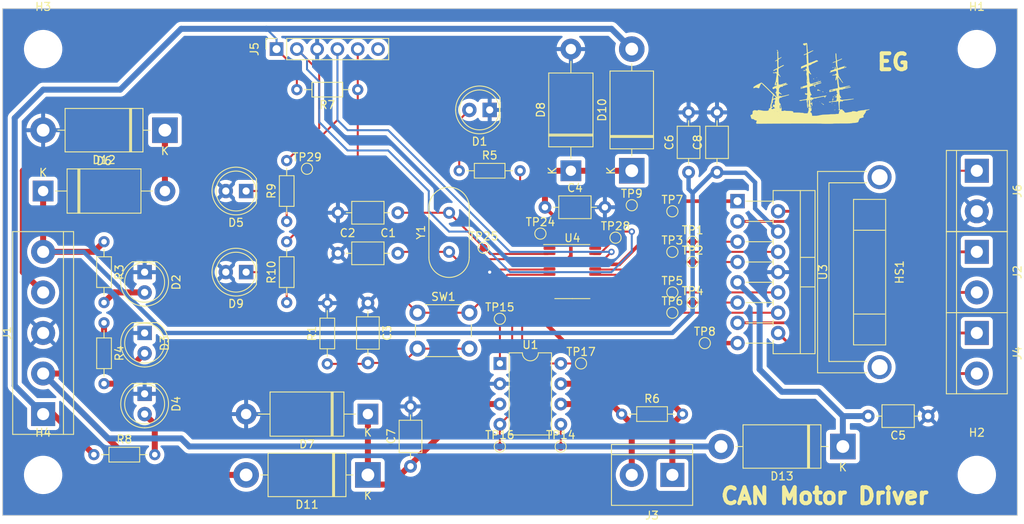
<source format=kicad_pcb>
(kicad_pcb (version 20221018) (generator pcbnew)
  (title_block (title "CAN Motor Driver") (date "2024-02-01") (rev "0") (company "GDHI"))
  (layers (0 "F.Cu" signal) (31 "B.Cu" mixed) (36 "B.SilkS" user "B.Silkscreen") (37 "F.SilkS" user "F.Silkscreen") (38 "B.Mask" user) (39 "F.Mask" user) (44 "Edge.Cuts" user))
  (net 0 "")
  (net 1 "GND")
  (net 2 "+5V")
  (net 3 "Net-(J2-Pin_1)")
  (net 4 "Net-(J2-Pin_2)")
  (net 5 "Net-(J4-Pin_1)")
  (net 6 "Net-(J4-Pin_2)")
  (net 7 "+3.3V")
  (net 8 "/PGM_SWDIO")
  (net 9 "/PGM_SWCLK")
  (net 10 "Net-(D1-A)")
  (net 11 "VS")
  (net 12 "/NRST")
  (net 13 "/CAN_TX")
  (net 14 "/CAN_RX")
  (net 15 "/CAN_RS")
  (net 16 "Net-(D2-A)")
  (net 17 "Net-(D3-A)")
  (net 18 "Net-(D9-K)")
  (net 19 "/PWM")
  (net 20 "Net-(D10-K)")
  (net 21 "Net-(D11-K)")
  (net 22 "GND2")
  (net 23 "Net-(U4-PC15)")
  (net 24 "Net-(U4-PC14)")
  (net 25 "Net-(U4-PB7)")
  (net 26 "Net-(U3-SENSE_B)")
  (net 27 "Net-(U3-SENSE_A)")
  (net 28 "Net-(U3-IN4)")
  (net 29 "Net-(U3-IN3)")
  (net 30 "Net-(U3-IN2)")
  (net 31 "Net-(U3-IN1)")
  (net 32 "Net-(U3-EnB)")
  (net 33 "Net-(U3-EnA)")
  (net 34 "Net-(C3-Pad2)")
  (net 35 "Net-(D13-K)")
  (net 36 "Net-(D4-A)")
  (net 37 "Net-(D5-K)")
  (net 38 "Net-(J3-Pin_1)")
  (net 39 "Net-(J3-Pin_2)")
  (net 40 "/PGM_SWO")
  (net 41 "Net-(U1-Vref)")
  (footprint "TestPoint:TestPoint_Pad_D1.0mm" (layer "F.Cu") (at 130.048 82.042)
    (fp_text reference "TP28" (at 0 -1.448) (layer "F.SilkS"))
    (fp_text value "TestPoint")
    (pad "1" smd circle (at 0 0) (size 1 1) (layers "F.Cu" "F.Mask") (net 9 "/PGM_SWCLK"))
  )
  (footprint "Resistor_THT:R_Axial_DIN0204_L3.6mm_D1.6mm_P7.62mm_Horizontal" (layer "F.Cu") (at 110.49 73.66)
    (fp_text reference "R5" (at 3.81 -1.92) (layer "F.SilkS"))
    (fp_text value "200")
    (pad "1" thru_hole circle (at 0 0) (size 1.4 1.4) (drill 0.7) (layers "*.Cu" "*.Mask") (net 10 "Net-(D1-A)"))
    (pad "2" thru_hole oval (at 7.62 0) (size 1.4 1.4) (drill 0.7) (layers "*.Cu" "*.Mask") (net 25 "Net-(U4-PB7)"))
  )
  (footprint "TestPoint:TestPoint_Pad_D1.0mm" (layer "F.Cu") (at 137.16 91.44)
    (fp_text reference "TP6" (at 0 -1.448) (layer "F.SilkS"))
    (fp_text value "TestPoint")
    (pad "1" smd circle (at 0 0) (size 1 1) (layers "F.Cu" "F.Mask") (net 28 "Net-(U3-IN4)"))
  )
  (footprint "TestPoint:TestPoint_Pad_D1.0mm" (layer "F.Cu") (at 91.44 73.406)
    (fp_text reference "TP29" (at 0 -1.448) (layer "F.SilkS"))
    (fp_text value "TestPoint")
    (pad "1" smd circle (at 0 0) (size 1 1) (layers "F.Cu" "F.Mask") (net 8 "/PGM_SWDIO"))
  )
  (footprint "LED_THT:LED_D5.0mm" (layer "F.Cu") (at 114.3 66.04 180)
    (fp_text reference "D1" (at 1.27 -3.96) (layer "F.SilkS"))
    (fp_text value "Heartbeat LED")
    (pad "1" thru_hole rect (at 0 0 180) (size 1.8 1.8) (drill 0.9) (layers "*.Cu" "*.Mask") (net 1 "GND"))
    (pad "2" thru_hole circle (at 2.54 0 180) (size 1.8 1.8) (drill 0.9) (layers "*.Cu" "*.Mask") (net 10 "Net-(D1-A)"))
  )
  (footprint "Connector_PinSocket_2.54mm:PinSocket_1x06_P2.54mm_Vertical" (layer "F.Cu") (at 87.63 58.42 90)
    (fp_text reference "J5" (at 0 -2.77 90) (layer "F.SilkS"))
    (fp_text value "SWD")
    (pad "1" thru_hole rect (at 0 0 90) (size 1.7 1.7) (drill 1) (layers "*.Cu" "*.Mask") (net 7 "+3.3V"))
    (pad "2" thru_hole oval (at 0 2.54 90) (size 1.7 1.7) (drill 1) (layers "*.Cu" "*.Mask") (net 9 "/PGM_SWCLK"))
    (pad "3" thru_hole oval (at 0 5.08 90) (size 1.7 1.7) (drill 1) (layers "*.Cu" "*.Mask") (net 1 "GND"))
    (pad "4" thru_hole oval (at 0 7.62 90) (size 1.7 1.7) (drill 1) (layers "*.Cu" "*.Mask") (net 8 "/PGM_SWDIO"))
    (pad "5" thru_hole oval (at 0 10.16 90) (size 1.7 1.7) (drill 1) (layers "*.Cu" "*.Mask") (net 12 "/NRST"))
    (pad "6" thru_hole oval (at 0 12.7 90) (size 1.7 1.7) (drill 1) (layers "*.Cu" "*.Mask") (net 40 "/PGM_SWO"))
  )
  (footprint "MountingHole:MountingHole_4.3mm_M4" (layer "F.Cu") (at 175.26 111.76)
    (fp_text reference "H2" (at 0 -5.3) (layer "F.SilkS"))
    (fp_text value "MountingHole")
    (pad "" np_thru_hole circle (at 0 0) (size 4.3 4.3) (drill 4.3) (layers "*.Cu" "*.Mask"))
  )
  (footprint "Resistor_THT:R_Axial_DIN0204_L3.6mm_D1.6mm_P7.62mm_Horizontal" (layer "F.Cu") (at 130.81 104.14)
    (fp_text reference "R6" (at 3.81 -1.92) (layer "F.SilkS"))
    (fp_text value "120")
    (pad "1" thru_hole circle (at 0 0) (size 1.4 1.4) (drill 0.7) (layers "*.Cu" "*.Mask") (net 39 "Net-(J3-Pin_2)"))
    (pad "2" thru_hole oval (at 7.62 0) (size 1.4 1.4) (drill 0.7) (layers "*.Cu" "*.Mask") (net 38 "Net-(J3-Pin_1)"))
  )
  (footprint "Capacitor_THT:C_Axial_L3.8mm_D2.6mm_P7.50mm_Horizontal" (layer "F.Cu") (at 102.81 78.92 180)
    (fp_text reference "C1" (at 1.21 -2.54) (layer "F.SilkS"))
    (fp_text value "10pF")
    (pad "1" thru_hole circle (at 0 0 180) (size 1.6 1.6) (drill 0.8) (layers "*.Cu" "*.Mask") (net 24 "Net-(U4-PC14)"))
    (pad "2" thru_hole oval (at 7.5 0 180) (size 1.6 1.6) (drill 0.8) (layers "*.Cu" "*.Mask") (net 1 "GND"))
  )
  (footprint "Diode_THT:D_DO-201AE_P15.24mm_Horizontal" (layer "F.Cu") (at 99.06 104.14 180)
    (fp_text reference "D7" (at 7.62 -3.77) (layer "F.SilkS"))
    (fp_text value "1N62xxA")
    (fp_text user "K" (at 0 -2.3) (layer "F.SilkS"))
    (pad "1" thru_hole rect (at 0 0 180) (size 2.6 2.6) (drill 1.3) (layers "*.Cu" "*.Mask") (net 21 "Net-(D11-K)"))
    (pad "2" thru_hole oval (at 15.24 0 180) (size 2.6 2.6) (drill 1.3) (layers "*.Cu" "*.Mask") (net 1 "GND"))
  )
  (footprint "Heatsink:Heatsink_Fischer_FK224xx2201_25x8.3mm" (layer "F.Cu") (at 163.095 74.46 -90)
    (fp_text reference "HS1" (at 11.9 -2.5 90) (layer "F.SilkS"))
    (fp_text value "Heatsink")
    (pad "1" thru_hole circle (at 0 0 270) (size 3 3) (drill 2) (layers "*.Cu" "*.Mask"))
    (pad "1" thru_hole circle (at 23.8 0 270) (size 3 3) (drill 2) (layers "*.Cu" "*.Mask"))
  )
  (footprint "Package_DIP:DIP-8_W7.62mm" (layer "F.Cu") (at 115.58 97.8)
    (fp_text reference "U1" (at 3.81 -2.33) (layer "F.SilkS"))
    (fp_text value "MCP2551-I-P")
    (pad "1" thru_hole rect (at 0 0) (size 1.6 1.6) (drill 0.8) (layers "*.Cu" "*.Mask") (net 13 "/CAN_TX"))
    (pad "2" thru_hole oval (at 0 2.54) (size 1.6 1.6) (drill 0.8) (layers "*.Cu" "*.Mask") (net 1 "GND"))
    (pad "3" thru_hole oval (at 0 5.08) (size 1.6 1.6) (drill 0.8) (layers "*.Cu" "*.Mask") (net 21 "Net-(D11-K)"))
    (pad "4" thru_hole oval (at 0 7.62) (size 1.6 1.6) (drill 0.8) (layers "*.Cu" "*.Mask") (net 14 "/CAN_RX"))
    (pad "5" thru_hole oval (at 7.62 7.62) (size 1.6 1.6) (drill 0.8) (layers "*.Cu" "*.Mask") (net 41 "Net-(U1-Vref)"))
    (pad "6" thru_hole oval (at 7.62 5.08) (size 1.6 1.6) (drill 0.8) (layers "*.Cu" "*.Mask") (net 39 "Net-(J3-Pin_2)"))
    (pad "7" thru_hole oval (at 7.62 2.54) (size 1.6 1.6) (drill 0.8) (layers "*.Cu" "*.Mask") (net 38 "Net-(J3-Pin_1)"))
    (pad "8" thru_hole oval (at 7.62 0) (size 1.6 1.6) (drill 0.8) (layers "*.Cu" "*.Mask") (net 15 "/CAN_RS"))
  )
  (footprint "MountingHole:MountingHole_4.3mm_M4" (layer "F.Cu") (at 175.26 58.42)
    (fp_text reference "H1" (at 0 -5.3) (layer "F.SilkS"))
    (fp_text value "MountingHole")
    (pad "" np_thru_hole circle (at 0 0) (size 4.3 4.3) (drill 4.3) (layers "*.Cu" "*.Mask"))
  )
  (footprint "Diode_THT:D_DO-201AE_P15.24mm_Horizontal" (layer "F.Cu") (at 124.46 73.66 90)
    (fp_text reference "D8" (at 7.62 -3.77 90) (layer "F.SilkS"))
    (fp_text value "1N62xxA")
    (fp_text user "K" (at 0 -2.3 90) (layer "F.SilkS"))
    (pad "1" thru_hole rect (at 0 0 90) (size 2.6 2.6) (drill 1.3) (layers "*.Cu" "*.Mask") (net 20 "Net-(D10-K)"))
    (pad "2" thru_hole oval (at 15.24 0 90) (size 2.6 2.6) (drill 1.3) (layers "*.Cu" "*.Mask") (net 1 "GND"))
  )
  (footprint "Resistor_THT:R_Axial_DIN0204_L3.6mm_D1.6mm_P7.62mm_Horizontal" (layer "F.Cu") (at 88.9 90.17 90)
    (fp_text reference "R10" (at 3.81 -1.92 90) (layer "F.SilkS"))
    (fp_text value "200")
    (pad "1" thru_hole circle (at 0 0 90) (size 1.4 1.4) (drill 0.7) (layers "*.Cu" "*.Mask") (net 18 "Net-(D9-K)"))
    (pad "2" thru_hole oval (at 7.62 0 90) (size 1.4 1.4) (drill 0.7) (layers "*.Cu" "*.Mask") (net 8 "/PGM_SWDIO"))
  )
  (footprint "Diode_THT:D_DO-201AD_P15.24mm_Horizontal" (layer "F.Cu") (at 99.06 111.76 180)
    (fp_text reference "D11" (at 7.62 -3.72) (layer "F.SilkS"))
    (fp_text value "1N5821")
    (fp_text user "K" (at 0 -2.6) (layer "F.SilkS"))
    (pad "1" thru_hole rect (at 0 0 180) (size 3.2 3.2) (drill 1.6) (layers "*.Cu" "*.Mask") (net 21 "Net-(D11-K)"))
    (pad "2" thru_hole oval (at 15.24 0 180) (size 3.2 3.2) (drill 1.6) (layers "*.Cu" "*.Mask") (net 2 "+5V"))
  )
  (footprint "Resistor_THT:R_Axial_DIN0204_L3.6mm_D1.6mm_P7.62mm_Horizontal" (layer "F.Cu") (at 88.9 80.01 90)
    (fp_text reference "R9" (at 3.81 -1.92 90) (layer "F.SilkS"))
    (fp_text value "200")
    (pad "1" thru_hole circle (at 0 0 90) (size 1.4 1.4) (drill 0.7) (layers "*.Cu" "*.Mask") (net 37 "Net-(D5-K)"))
    (pad "2" thru_hole oval (at 7.62 0 90) (size 1.4 1.4) (drill 0.7) (layers "*.Cu" "*.Mask") (net 9 "/PGM_SWCLK"))
  )
  (footprint "Resistor_THT:R_Axial_DIN0204_L3.6mm_D1.6mm_P7.62mm_Horizontal" (layer "F.Cu") (at 66.04 82.55 -90)
    (fp_text reference "R3" (at 3.81 -1.92 90) (layer "F.SilkS"))
    (fp_text value "3.6k")
    (pad "1" thru_hole circle (at 0 0 270) (size 1.4 1.4) (drill 0.7) (layers "*.Cu" "*.Mask") (net 11 "VS"))
    (pad "2" thru_hole oval (at 7.62 0 270) (size 1.4 1.4) (drill 0.7) (layers "*.Cu" "*.Mask") (net 16 "Net-(D2-A)"))
  )
  (footprint "Diode_THT:D_DO-201AD_P15.24mm_Horizontal" (layer "F.Cu") (at 73.66 68.58 180)
    (fp_text reference "D12" (at 7.62 -3.72) (layer "F.SilkS"))
    (fp_text value "1N5821")
    (fp_text user "K" (at 0 -2.6) (layer "F.SilkS"))
    (pad "1" thru_hole rect (at 0 0 180) (size 3.2 3.2) (drill 1.6) (layers "*.Cu" "*.Mask") (net 22 "GND2"))
    (pad "2" thru_hole oval (at 15.24 0 180) (size 3.2 3.2) (drill 1.6) (layers "*.Cu" "*.Mask") (net 1 "GND"))
  )
  (footprint "Capacitor_THT:C_Axial_L3.8mm_D2.6mm_P7.50mm_Horizontal" (layer "F.Cu") (at 142.748 73.854 90)
    (fp_text reference "C8" (at 3.75 -2.42 90) (layer "F.SilkS"))
    (fp_text value "470uF")
    (pad "1" thru_hole circle (at 0 0 90) (size 1.6 1.6) (drill 0.8) (layers "*.Cu" "*.Mask") (net 11 "VS"))
    (pad "2" thru_hole oval (at 7.5 0 90) (size 1.6 1.6) (drill 0.8) (layers "*.Cu" "*.Mask") (net 1 "GND"))
  )
  (footprint "Capacitor_THT:C_Axial_L3.8mm_D2.6mm_P7.50mm_Horizontal" (layer "F.Cu") (at 99.06 90.23 -90)
    (fp_text reference "C3" (at 3.75 -2.42 90) (layer "F.SilkS"))
    (fp_text value "0.1 pF")
    (pad "1" thru_hole circle (at 0 0 270) (size 1.6 1.6) (drill 0.8) (layers "*.Cu" "*.Mask") (net 1 "GND"))
    (pad "2" thru_hole oval (at 7.5 0 270) (size 1.6 1.6) (drill 0.8) (layers "*.Cu" "*.Mask") (net 34 "Net-(C3-Pad2)"))
  )
  (footprint "TerminalBlock:TerminalBlock_bornier-2_P5.08mm" (layer "F.Cu") (at 175.26 83.82 -90)
    (fp_text reference "J2" (at 2.54 -5.08 90) (layer "F.SilkS"))
    (fp_text value "MOTOR1")
    (pad "1" thru_hole rect (at 0 0 270) (size 3 3) (drill 1.52) (layers "*.Cu" "*.Mask") (net 3 "Net-(J2-Pin_1)"))
    (pad "2" thru_hole circle (at 5.08 0 270) (size 3 3) (drill 1.52) (layers "*.Cu" "*.Mask") (net 4 "Net-(J2-Pin_2)"))
  )
  (footprint "LED_THT:LED_D5.0mm" (layer "F.Cu") (at 71.12 86.36 -90)
    (fp_text reference "D2" (at 1.27 -3.96 90) (layer "F.SilkS"))
    (fp_text value "+Vs LED")
    (pad "1" thru_hole rect (at 0 0 270) (size 1.8 1.8) (drill 0.9) (layers "*.Cu" "*.Mask") (net 1 "GND"))
    (pad "2" thru_hole circle (at 2.54 0 270) (size 1.8 1.8) (drill 0.9) (layers "*.Cu" "*.Mask") (net 16 "Net-(D2-A)"))
  )
  (footprint "TestPoint:TestPoint_Pad_D1.0mm" (layer "F.Cu") (at 137.16 83.82)
    (fp_text reference "TP3" (at 0 -1.448) (layer "F.SilkS"))
    (fp_text value "TestPoint")
    (pad "1" smd circle (at 0 0) (size 1 1) (layers "F.Cu" "F.Mask") (net 33 "Net-(U3-EnA)"))
  )
  (footprint "TestPoint:TestPoint_Pad_D1.0mm" (layer "F.Cu") (at 132.08 77.978)
    (fp_text reference "TP9" (at 0 -1.448) (layer "F.SilkS"))
    (fp_text value "TestPoint")
    (pad "1" smd circle (at 0 0) (size 1 1) (layers "F.Cu" "F.Mask") (net 19 "/PWM"))
  )
  (footprint "MountingHole:MountingHole_4.3mm_M4" (layer "F.Cu") (at 58.42 58.42)
    (fp_text reference "H3" (at 0 -5.3) (layer "F.SilkS"))
    (fp_text value "MountingHole")
    (pad "" np_thru_hole circle (at 0 0) (size 4.3 4.3) (drill 4.3) (layers "*.Cu" "*.Mask"))
  )
  (footprint "TestPoint:TestPoint_Pad_D1.0mm" (layer "F.Cu") (at 120.65 81.534)
    (fp_text reference "TP24" (at 0 -1.448) (layer "F.SilkS"))
    (fp_text value "TestPoint")
    (pad "1" smd circle (at 0 0) (size 1 1) (layers "F.Cu" "F.Mask") (net 25 "Net-(U4-PB7)"))
  )
  (footprint "LED_THT:LED_D5.0mm" (layer "F.Cu") (at 83.82 86.36 180)
    (fp_text reference "D9" (at 1.27 -3.96) (layer "F.SilkS"))
    (fp_text value "Debug LED2")
    (pad "1" thru_hole rect (at 0 0 180) (size 1.8 1.8) (drill 0.9) (layers "*.Cu" "*.Mask") (net 18 "Net-(D9-K)"))
    (pad "2" thru_hole circle (at 2.54 0 180) (size 1.8 1.8) (drill 0.9) (layers "*.Cu" "*.Mask") (net 1 "GND"))
  )
  (footprint "TestPoint:TestPoint_Pad_D1.0mm" (layer "F.Cu") (at 139.7 90.17)
    (fp_text reference "TP4" (at 0 -1.448) (layer "F.SilkS"))
    (fp_text value "TestPoint")
    (pad "1" smd circle (at 0 0) (size 1 1) (layers "F.Cu" "F.Mask") (net 32 "Net-(U3-EnB)"))
  )
  (footprint "Diode_THT:D_DO-201AD_P15.24mm_Horizontal" (layer "F.Cu") (at 132.08 73.66 90)
    (fp_text reference "D10" (at 7.62 -3.72 90) (layer "F.SilkS"))
    (fp_text value "1N5821")
    (fp_text user "K" (at 0 -2.6 90) (layer "F.SilkS"))
    (pad "1" thru_hole rect (at 0 0 90) (size 3.2 3.2) (drill 1.6) (layers "*.Cu" "*.Mask") (net 20 "Net-(D10-K)"))
    (pad "2" thru_hole oval (at 15.24 0 90) (size 3.2 3.2) (drill 1.6) (layers "*.Cu" "*.Mask") (net 7 "+3.3V"))
  )
  (footprint "Package_SO:TSSOP-20_4.4x6.5mm_P0.65mm" (layer "F.Cu") (at 124.6455 86.289)
    (fp_text reference "U4" (at 0 -4.2) (layer "F.SilkS"))
    (fp_text value "STM32C011F4Px")
    (pad "1" smd roundrect (at -2.8625 -2.925) (size 1.475 0.4) (layers "F.Cu" "F.Paste" "F.Mask") (net 25 "Net-(U4-PB7)"))
    (pad "2" smd roundrect (at -2.8625 -2.275) (size 1.475 0.4) (layers "F.Cu" "F.Paste" "F.Mask") (net 24 "Net-(U4-PC14)"))
    (pad "3" smd roundrect (at -2.8625 -1.625) (size 1.475 0.4) (layers "F.Cu" "F.Paste" "F.Mask") (net 23 "Net-(U4-PC15)"))
    (pad "4" smd roundrect (at -2.8625 -0.975) (size 1.475 0.4) (layers "F.Cu" "F.Paste" "F.Mask") (net 20 "Net-(D10-K)"))
    (pad "5" smd roundrect (at -2.8625 -0.325) (size 1.475 0.4) (layers "F.Cu" "F.Paste" "F.Mask") (net 1 "GND"))
    (pad "6" smd roundrect (at -2.8625 0.325) (size 1.475 0.4) (layers "F.Cu" "F.Paste" "F.Mask") (net 12 "/NRST"))
    (pad "7" smd roundrect (at -2.8625 0.975) (size 1.475 0.4) (layers "F.Cu" "F.Paste" "F.Mask") (net 13 "/CAN_TX"))
    (pad "8" smd roundrect (at -2.8625 1.625) (size 1.475 0.4) (layers "F.Cu" "F.Paste" "F.Mask") (net 14 "/CAN_RX"))
    (pad "9" smd roundrect (at -2.8625 2.275) (size 1.475 0.4) (layers "F.Cu" "F.Paste" "F.Mask") (net 15 "/CAN_RS"))
    (pad "10" smd roundrect (at -2.8625 2.925) (size 1.475 0.4) (layers "F.Cu" "F.Paste" "F.Mask") (net 26 "Net-(U3-SENSE_B)"))
    (pad "11" smd roundrect (at 2.8625 2.925) (size 1.475 0.4) (layers "F.Cu" "F.Paste" "F.Mask") (net 28 "Net-(U3-IN4)"))
    (pad "12" smd roundrect (at 2.8625 2.275) (size 1.475 0.4) (layers "F.Cu" "F.Paste" "F.Mask") (net 32 "Net-(U3-EnB)"))
    (pad "13" smd roundrect (at 2.8625 1.625) (size 1.475 0.4) (layers "F.Cu" "F.Paste" "F.Mask") (net 29 "Net-(U3-IN3)"))
    (pad "14" smd roundrect (at 2.8625 0.975) (size 1.475 0.4) (layers "F.Cu" "F.Paste" "F.Mask") (net 30 "Net-(U3-IN2)"))
    (pad "15" smd roundrect (at 2.8625 0.325) (size 1.475 0.4) (layers "F.Cu" "F.Paste" "F.Mask") (net 33 "Net-(U3-EnA)"))
    (pad "16" smd roundrect (at 2.8625 -0.325) (size 1.475 0.4) (layers "F.Cu" "F.Paste" "F.Mask") (net 31 "Net-(U3-IN1)"))
    (pad "17" smd roundrect (at 2.8625 -0.975) (size 1.475 0.4) (layers "F.Cu" "F.Paste" "F.Mask") (net 27 "Net-(U3-SENSE_A)"))
    (pad "18" smd roundrect (at 2.8625 -1.625) (size 1.475 0.4) (layers "F.Cu" "F.Paste" "F.Mask") (net 8 "/PGM_SWDIO"))
    (pad "19" smd roundrect (at 2.8625 -2.275) (size 1.475 0.4) (layers "F.Cu" "F.Paste" "F.Mask") (net 9 "/PGM_SWCLK"))
    (pad "20" smd roundrect (at 2.8625 -2.925) (size 1.475 0.4) (layers "F.Cu" "F.Paste" "F.Mask") (net 19 "/PWM"))
  )
  (footprint "Capacitor_THT:C_Axial_L3.8mm_D2.6mm_P7.50mm_Horizontal" (layer "F.Cu") (at 139.192 73.854 90)
    (fp_text reference "C6" (at 3.75 -2.42 90) (layer "F.SilkS"))
    (fp_text value "0.1uF")
    (pad "1" thru_hole circle (at 0 0 90) (size 1.6 1.6) (drill 0.8) (layers "*.Cu" "*.Mask") (net 11 "VS"))
    (pad "2" thru_hole oval (at 7.5 0 90) (size 1.6 1.6) (drill 0.8) (layers "*.Cu" "*.Mask") (net 1 "GND"))
  )
  (footprint "TestPoint:TestPoint_Pad_D1.0mm" (layer "F.Cu") (at 141.224 95.25)
    (fp_text reference "TP8" (at 0 -1.448) (layer "F.SilkS"))
    (fp_text value "TestPoint")
    (pad "1" smd circle (at 0 0) (size 1 1) (layers "F.Cu" "F.Mask") (net 26 "Net-(U3-SENSE_B)"))
  )
  (footprint "TestPoint:TestPoint_Pad_D1.0mm" (layer "F.Cu") (at 137.16 88.9)
    (fp_text reference "TP5" (at 0 -1.448) (layer "F.SilkS"))
    (fp_text value "TestPoint")
    (pad "1" smd circle (at 0 0) (size 1 1) (layers "F.Cu" "F.Mask") (net 29 "Net-(U3-IN3)"))
  )
  (footprint "TerminalBlock:TerminalBlock_bornier-2_P5.08mm" (layer "F.Cu") (at 137.16 111.76 180)
    (fp_text reference "J3" (at 2.54 -5.08) (layer "F.SilkS"))
    (fp_text value "CAN")
    (pad "1" thru_hole rect (at 0 0 180) (size 3 3) (drill 1.52) (layers "*.Cu" "*.Mask") (net 38 "Net-(J3-Pin_1)"))
    (pad "2" thru_hole circle (at 5.08 0 180) (size 3 3) (drill 1.52) (layers "*.Cu" "*.Mask") (net 39 "Net-(J3-Pin_2)"))
  )
  (footprint "TestPoint:TestPoint_Pad_D1.0mm" (layer "F.Cu") (at 113.538 83.312)
    (fp_text reference "TP25" (at 0 -1.448) (layer "F.SilkS"))
    (fp_text value "TestPoint")
    (pad "1" smd circle (at 0 0) (size 1 1) (layers "F.Cu" "F.Mask") (net 24 "Net-(U4-PC14)"))
  )
  (footprint "Symbol:thermopylae_15mm" (layer "F.Cu") (at 154.432 63.246)
    (fp_text reference "G***" hide)
    (fp_text value "LOGO" hide)
  )
  (footprint "Package_TO_SOT_THT:TO-220-15_P2.54x2.54mm_StaggerOdd_Lead4.58mm_Vertical" (layer "F.Cu") (at 145.315 77.47 -90)
    (fp_text reference "U3" (at 8.89 -10.7 90) (layer "F.SilkS"))
    (fp_text value "L298HN")
    (pad "1" thru_hole rect (at 0 0 270) (size 1.8 1.8) (drill 1) (layers "*.Cu" "*.Mask") (net 27 "Net-(U3-SENSE_A)"))
    (pad "2" thru_hole oval (at 1.27 -5.08 270) (size 1.8 1.8) (drill 1) (layers "*.Cu" "*.Mask") (net 3 "Net-(J2-Pin_1)"))
    (pad "3" thru_hole oval (at 2.54 0 270) (size 1.8 1.8) (drill 1) (layers "*.Cu" "*.Mask") (net 4 "Net-(J2-Pin_2)"))
    (pad "4" thru_hole oval (at 3.81 -5.08 270) (size 1.8 1.8) (drill 1) (layers "*.Cu" "*.Mask") (net 11 "VS"))
    (pad "5" thru_hole oval (at 5.08 0 270) (size 1.8 1.8) (drill 1) (layers "*.Cu" "*.Mask") (net 31 "Net-(U3-IN1)"))
    (pad "6" thru_hole oval (at 6.35 -5.08 270) (size 1.8 1.8) (drill 1) (layers "*.Cu" "*.Mask") (net 33 "Net-(U3-EnA)"))
    (pad "7" thru_hole oval (at 7.62 0 270) (size 1.8 1.8) (drill 1) (layers "*.Cu" "*.Mask") (net 30 "Net-(U3-IN2)"))
    (pad "8" thru_hole oval (at 8.89 -5.08 270) (size 1.8 1.8) (drill 1) (layers "*.Cu" "*.Mask") (net 1 "GND"))
    (pad "9" thru_hole oval (at 10.16 0 270) (size 1.8 1.8) (drill 1) (layers "*.Cu" "*.Mask") (net 35 "Net-(D13-K)"))
    (pad "10" thru_hole oval (at 11.43 -5.08 270) (size 1.8 1.8) (drill 1) (layers "*.Cu" "*.Mask") (net 29 "Net-(U3-IN3)"))
    (pad "11" thru_hole oval (at 12.7 0 270) (size 1.8 1.8) (drill 1) (layers "*.Cu" "*.Mask") (net 32 "Net-(U3-EnB)"))
    (pad "12" thru_hole oval (at 13.97 -5.08 270) (size 1.8 1.8) (drill 1) (layers "*.Cu" "*.Mask") (net 28 "Net-(U3-IN4)"))
    (pad "13" thru_hole oval (at 15.24 0 270) (size 1.8 1.8) (drill 1) (layers "*.Cu" "*.Mask") (net 5 "Net-(J4-Pin_1)"))
    (pad "14" thru_hole oval (at 16.51 -5.08 270) (size 1.8 1.8) (drill 1) (layers "*.Cu" "*.Mask") (net 6 "Net-(J4-Pin_2)"))
    (pad "15" thru_hole oval (at 17.78 0 270) (size 1.8 1.8) (drill 1) (layers "*.Cu" "*.Mask") (net 26 "Net-(U3-SENSE_B)"))
  )
  (footprint "Resistor_THT:R_Axial_DIN0204_L3.6mm_D1.6mm_P7.62mm_Horizontal" (layer "F.Cu") (at 97.79 63.5 180)
    (fp_text reference "R7" (at 3.81 -1.92) (layer "F.SilkS"))
    (fp_text value "4.7k")
    (pad "1" thru_hole circle (at 0 0 180) (size 1.4 1.4) (drill 0.7) (layers "*.Cu" "*.Mask") (net 12 "/NRST"))
    (pad "2" thru_hole oval (at 7.62 0 180) (size 1.4 1.4) (drill 0.7) (layers "*.Cu" "*.Mask") (net 7 "+3.3V"))
  )
  (footprint "Crystal:Crystal_HC18-U_Vertical" (layer "F.Cu") (at 109.22 83.82 90)
    (fp_text reference "Y1" (at 2.45 -3.525 90) (layer "F.SilkS"))
    (fp_text value "16Mhz")
    (pad "1" thru_hole circle (at 0 0 90) (size 1.5 1.5) (drill 0.8) (layers "*.Cu" "*.Mask") (net 23 "Net-(U4-PC15)"))
    (pad "2" thru_hole circle (at 4.9 0 90) (size 1.5 1.5) (drill 0.8) (layers "*.Cu" "*.Mask") (net 24 "Net-(U4-PC14)"))
  )
  (footprint "Resistor_THT:R_Axial_DIN0204_L3.6mm_D1.6mm_P7.62mm_Horizontal" (layer "F.Cu") (at 64.77 109.22)
    (fp_text reference "R8" (at 3.81 -1.92) (layer "F.SilkS"))
    (fp_text value "330")
    (pad "1" thru_hole circle (at 0 0) (size 1.4 1.4) (drill 0.7) (layers "*.Cu" "*.Mask") (net 7 "+3.3V"))
    (pad "2" thru_hole oval (at 7.62 0) (size 1.4 1.4) (drill 0.7) (layers "*.Cu" "*.Mask") (net 36 "Net-(D4-A)"))
  )
  (footprint "TestPoint:TestPoint_Pad_D1.0mm" (layer "F.Cu") (at 139.7 82.55)
    (fp_text reference "TP1" (at 0 -1.448) (layer "F.SilkS"))
    (fp_text value "TestPoint")
    (pad "1" smd circle (at 0 0) (size 1 1) (layers "F.Cu" "F.Mask") (net 31 "Net-(U3-IN1)"))
  )
  (footprint "Button_Switch_THT:SW_PUSH_6mm" (layer "F.Cu") (at 105.26 91.44)
    (fp_text reference "SW1" (at 3.25 -2) (layer "F.SilkS"))
    (fp_text value "RESET")
    (pad "1" thru_hole circle (at 0 0 90) (size 2 2) (drill 1.1) (layers "*.Cu" "*.Mask") (net 12 "/NRST"))
    (pad "1" thru_hole circle (at 6.5 0 90) (size 2 2) (drill 1.1) (layers "*.Cu" "*.Mask") (net 12 "/NRST"))
    (pad "2" thru_hole circle (at 0 4.5 90) (size 2 2) (drill 1.1) (layers "*.Cu" "*.Mask") (net 34 "Net-(C3-Pad2)"))
    (pad "2" thru_hole circle (at 6.5 4.5 90) (size 2 2) (drill 1.1) (layers "*.Cu" "*.Mask") (net 34 "Net-(C3-Pad2)"))
  )
  (footprint "TestPoint:TestPoint_Pad_D1.0mm" (layer "F.Cu") (at 139.7 85.09)
    (fp_text reference "TP2" (at 0 -1.448) (layer "F.SilkS"))
    (fp_text value "TestPoint")
    (pad "1" smd circle (at 0 0) (size 1 1) (layers "F.Cu" "F.Mask") (net 30 "Net-(U3-IN2)"))
  )
  (footprint "LED_THT:LED_D5.0mm" (layer "F.Cu") (at 71.12 101.6 -90)
    (fp_text reference "D4" (at 1.27 -3.96 90) (layer "F.SilkS"))
    (fp_text value "+3.3V LED")
    (pad "1" thru_hole rect (at 0 0 270) (size 1.8 1.8) (drill 0.9) (layers "*.Cu" "*.Mask") (net 1 "GND"))
    (pad "2" thru_hole circle (at 2.54 0 270) (size 1.8 1.8) (drill 0.9) (layers "*.Cu" "*.Mask") (net 36 "Net-(D4-A)"))
  )
  (footprint "Diode_THT:D_DO-201AD_P15.24mm_Horizontal" (layer "F.Cu") (at 158.496 108.204 180)
    (fp_text reference "D13" (at 7.62 -3.72) (layer "F.SilkS"))
    (fp_text value "1N5821")
    (fp_text user "K" (at 0 -2.6) (layer "F.SilkS"))
    (pad "1" thru_hole rect (at 0 0 180) (size 3.2 3.2) (drill 1.6) (layers "*.Cu" "*.Mask") (net 35 "Net-(D13-K)"))
    (pad "2" thru_hole oval (at 15.24 0 180) (size 3.2 3.2) (drill 1.6) (layers "*.Cu" "*.Mask") (net 2 "+5V"))
  )
  (footprint "TerminalBlock:TerminalBlock_bornier-2_P5.08mm" (layer "F.Cu") (at 175.26 73.66 -90)
    (fp_text reference "J6" (at 2.54 -5.08 90) (layer "F.SilkS"))
    (fp_text value "SERVO")
    (pad "1" thru_hole rect (at 0 0 270) (size 3 3) (drill 1.52) (layers "*.Cu" "*.Mask") (net 19 "/PWM"))
    (pad "2" thru_hole circle (at 5.08 0 270) (size 3 3) (drill 1.52) (layers "*.Cu" "*.Mask") (net 1 "GND"))
  )
  (footprint "Capacitor_THT:C_Axial_L3.8mm_D2.6mm_P7.50mm_Horizontal" (layer "F.Cu") (at 169.164 104.394 180)
    (fp_text reference "C5" (at 3.75 -2.42) (layer "F.SilkS"))
    (fp_text value "0.1uF")
    (pad "1" thru_hole circle (at 0 0 180) (size 1.6 1.6) (drill 0.8) (layers "*.Cu" "*.Mask") (net 1 "GND"))
    (pad "2" thru_hole oval (at 7.5 0 180) (size 1.6 1.6) (drill 0.8) (layers "*.Cu" "*.Mask") (net 35 "Net-(D13-K)"))
  )
  (footprint "Resistor_THT:R_Axial_DIN0204_L3.6mm_D1.6mm_P7.62mm_Horizontal" (layer "F.Cu") (at 93.98 97.85 90)
    (fp_text reference "R1" (at 3.81 -1.92 90) (layer "F.SilkS"))
    (fp_text value "100")
    (pad "1" thru_hole circle (at 0 0 90) (size 1.4 1.4) (drill 0.7) (layers "*.Cu" "*.Mask") (net 34 "Net-(C3-Pad2)"))
    (pad "2" thru_hole oval (at 7.62 0 90) (size 1.4 1.4) (drill 0.7) (layers "*.Cu" "*.Mask") (net 1 "GND"))
  )
  (footprint "Diode_THT:D_DO-201AE_P15.24mm_Horizontal" (layer "F.Cu") (at 58.42 76.2)
    (fp_text reference "D6" (at 7.62 -3.77) (layer "F.SilkS"))
    (fp_text value "1N630xA")
    (fp_text user "K" (at 0 -2.3) (layer "F.SilkS"))
    (pad "1" thru_hole rect (at 0 0) (size 2.6 2.6) (drill 1.3) (layers "*.Cu" "*.Mask") (net 11 "VS"))
    (pad "2" thru_hole oval (at 15.24 0) (size 2.6 2.6) (drill 1.3) (layers "*.Cu" "*.Mask") (net 22 "GND2"))
  )
  (footprint "Capacitor_THT:C_Axial_L3.8mm_D2.6mm_P7.50mm_Horizontal" (layer "F.Cu") (at 104.394 110.684 90)
    (fp_text reference "C7" (at 3.75 -2.42 90) (layer "F.SilkS"))
    (fp_text value "0.1uF")
    (pad "1" thru_hole circle (at 0 0 90) (size 1.6 1.6) (drill 0.8) (layers "*.Cu" "*.Mask") (net 21 "Net-(D11-K)"))
    (pad "2" thru_hole oval (at 7.5 0 90) (size 1.6 1.6) (drill 0.8) (layers "*.Cu" "*.Mask") (net 1 "GND"))
  )
  (footprint "TestPoint:TestPoint_Pad_D1.0mm" (layer "F.Cu") (at 123.19 108.204)
    (fp_text reference "TP14" (at 0 -1.448) (layer "F.SilkS"))
    (fp_text value "TestPoint")
    (pad "1" smd circle (at 0 0) (size 1 1) (layers "F.Cu" "F.Mask") (net 41 "Net-(U1-Vref)"))
  )
  (footprint "TestPoint:TestPoint_Pad_D1.0mm" (layer "F.Cu") (at 115.57 108.204)
    (fp_text reference "TP16" (at 0 -1.448) (layer "F.SilkS"))
    (fp_text value "TestPoint")
    (pad "1" smd circle (at 0 0) (size 1 1) (layers "F.Cu" "F.Mask") (net 14 "/CAN_RX"))
  )
  (footprint "TestPoint:TestPoint_Pad_D1.0mm" (layer "F.Cu") (at 115.57 92.202)
    (fp_text reference "TP15" (at 0 -1.448) (layer "F.SilkS"))
    (fp_text value "TestPoint")
    (pad "1" smd circle (at 0 0) (size 1 1) (layers "F.Cu" "F.Mask") (net 13 "/CAN_TX"))
  )
  (footprint "Capacitor_THT:C_Axial_L3.8mm_D2.6mm_P7.50mm_Horizontal" (layer "F.Cu") (at 121.218 78.232)
    (fp_text reference "C4" (at 3.75 -2.42) (layer "F.SilkS"))
    (fp_text value "0.1uF")
    (pad "1" thru_hole circle (at 0 0) (size 1.6 1.6) (drill 0.8) (layers "*.Cu" "*.Mask") (net 20 "Net-(D10-K)"))
    (pad "2" thru_hole oval (at 7.5 0) (size 1.6 1.6) (drill 0.8) (layers "*.Cu" "*.Mask") (net 1 "GND"))
  )
  (footprint "Resistor_THT:R_Axial_DIN0204_L3.6mm_D1.6mm_P7.62mm_Horizontal" (layer "F.Cu") (at 66.04 92.71 -90)
    (fp_text reference "R4" (at 3.81 -1.92 90) (layer "F.SilkS"))
    (fp_text value "510")
    (pad "1" thru_hole circle (at 0 0 270) (size 1.4 1.4) (drill 0.7) (layers "*.Cu" "*.Mask") (net 2 "+5V"))
    (pad "2" thru_hole oval (at 7.62 0 270) (size 1.4 1.4) (drill 0.7) (layers "*.Cu" "*.Mask") (net 17 "Net-(D3-A)"))
  )
  (footprint "LED_THT:LED_D5.0mm" (layer "F.Cu") (at 71.12 93.98 -90)
    (fp_text reference "D3" (at 1.27 -2.5 90) (layer "F.SilkS"))
    (fp_text value "+5V LED")
    (pad "1" thru_hole rect (at 0 0 270) (size 1.8 1.8) (drill 0.9) (layers "*.Cu" "*.Mask") (net 1 "GND"))
    (pad "2" thru_hole circle (at 2.54 0 270) (size 1.8 1.8) (drill 0.9) (layers "*.Cu" "*.Mask") (net 17 "Net-(D3-A)"))
  )
  (footprint "TestPoint:TestPoint_Pad_D1.0mm" (layer "F.Cu") (at 137.16 78.74)
    (fp_text reference "TP7" (at 0 -1.448) (layer "F.SilkS"))
    (fp_text value "TestPoint")
    (pad "1" smd circle (at 0 0) (size 1 1) (layers "F.Cu" "F.Mask") (net 27 "Net-(U3-SENSE_A)"))
  )
  (footprint "TerminalBlock:TerminalBlock_bornier-2_P5.08mm" (layer "F.Cu") (at 175.26 93.98 -90)
    (fp_text reference "J4" (at 2.54 -5.08 90) (layer "F.SilkS"))
    (fp_text value "MOTOR2")
    (pad "1" thru_hole rect (at 0 0 270) (size 3 3) (drill 1.52) (layers "*.Cu" "*.Mask") (net 5 "Net-(J4-Pin_1)"))
    (pad "2" thru_hole circle (at 5.08 0 270) (size 3 3) (drill 1.52) (layers "*.Cu" "*.Mask") (net 6 "Net-(J4-Pin_2)"))
  )
  (footprint "TestPoint:TestPoint_Pad_D1.0mm" (layer "F.Cu") (at 125.73 97.79)
    (fp_text reference "TP17" (at 0 -1.448) (layer "F.SilkS"))
    (fp_text value "TestPoint")
    (pad "1" smd circle (at 0 0) (size 1 1) (layers "F.Cu" "F.Mask") (net 15 "/CAN_RS"))
  )
  (footprint "Capacitor_THT:C_Axial_L3.8mm_D2.6mm_P7.50mm_Horizontal" (layer "F.Cu") (at 95.31 84)
    (fp_text reference "C2" (at 1.21 -2.54) (layer "F.SilkS"))
    (fp_text value "10pF")
    (pad "1" thru_hole circle (at 0 0) (size 1.6 1.6) (drill 0.8) (layers "*.Cu" "*.Mask") (net 1 "GND"))
    (pad "2" thru_hole oval (at 7.5 0) (size 1.6 1.6) (drill 0.8) (layers "*.Cu" "*.Mask") (net 23 "Net-(U4-PC15)"))
  )
  (footprint "MountingHole:MountingHole_4.3mm_M4" (layer "F.Cu") (at 58.42 111.76)
    (fp_text reference "H4" (at 0 -5.3) (layer "F.SilkS"))
    (fp_text value "MountingHole")
    (pad "" np_thru_hole circle (at 0 0) (size 4.3 4.3) (drill 4.3) (layers "*.Cu" "*.Mask"))
  )
  (footprint "TerminalBlock:TerminalBlock_bornier-5_P5.08mm" (layer "F.Cu") (at 58.42 104.14 90)
    (fp_text reference "J1" (at 10.15 -4.55 90) (layer "F.SilkS"))
    (fp_text value "POWER")
    (pad "1" thru_hole rect (at 0 0 90) (size 3 3) (drill 1.52) (layers "*.Cu" "*.Mask") (net 7 "+3.3V"))
    (pad "2" thru_hole circle (at 5.08 0 90) (size 3 3) (drill 1.52) (layers "*.Cu" "*.Mask") (net 2 "+5V"))
    (pad "3" thru_hole circle (at 10.16 0 90) (size 3 3) (drill 1.52) (layers "*.Cu" "*.Mask") (net 1 "GND"))
    (pad "4" thru_hole circle (at 15.24 0 90) (size 3 3) (drill 1.52) (layers "*.Cu" "*.Mask") (net 22 "GND2"))
    (pad "5" thru_hole circle (at 20.32 0 90) (size 3 3) (drill 1.52) (layers "*.Cu" "*.Mask") (net 11 "VS"))
  )
  (footprint "LED_THT:LED_D5.0mm" (layer "F.Cu") (at 83.82 76.2 180)
    (fp_text reference "D5" (at 1.27 -3.96) (layer "F.SilkS"))
    (fp_text value "Debug LED")
    (pad "1" thru_hole rect (at 0 0 180) (size 1.8 1.8) (drill 0.9) (layers "*.Cu" "*.Mask") (net 37 "Net-(D5-K)"))
    (pad "2" thru_hole circle (at 2.54 0 180) (size 1.8 1.8) (drill 0.9) (layers "*.Cu" "*.Mask") (net 1 "GND"))
  )
  (gr_rect (start 53.34 53.34) (end 180.34 116.84) (stroke (width 0.1)) (fill none) (layer "Edge.Cuts"))
  (gr_text "EG" (at 162.56 61.214) (layer "F.SilkS") (effects (font (size 2 2) (thickness 0.5)) (justify left bottom)))
  (gr_text "CAN Motor Driver" (at 143.002 115.57) (layer "F.SilkS") (effects (font (size 2 2) (thickness 0.5) bold) (justify left bottom)))
  (segment (start 121.5975 86.035) (end 114.625 86.035) (width 0.25) (layer "F.Cu") (net 1))
  (segment (start 114.625 86.035) (end 114.3 86.36) (width 0.25) (layer "F.Cu") (net 1))
  (via (at 114.3 86.36) (size 0.8) (drill 0.4) (layers "F.Cu" "B.Cu") (net 1))
  (segment (start 83.82 111.76) (end 70.104 111.76) (width 0.75) (layer "F.Cu") (net 2))
  (segment (start 61.722 99.06) (end 58.42 99.06) (width 0.75) (layer "F.Cu") (net 2))
  (segment (start 70.104 111.76) (end 68.58 110.236) (width 0.75) (layer "F.Cu") (net 2))
  (segment (start 66.04 94.742) (end 61.722 99.06) (width 0.75) (layer "F.Cu") (net 2))
  (segment (start 68.58 110.236) (end 68.58 109.22) (width 0.75) (layer "F.Cu") (net 2))
  (segment (start 66.04 92.71) (end 66.04 94.742) (width 0.75) (layer "F.Cu") (net 2))
  (segment (start 68.58 109.22) (end 58.42 99.06) (width 0.75) (layer "F.Cu") (net 2))
  (segment (start 58.42 99.06) (end 66.548 107.188) (width 0.75) (layer "B.Cu") (net 2))
  (segment (start 76.699 108.195) (end 143.265 108.195) (width 0.75) (layer "B.Cu") (net 2))
  (segment (start 66.548 107.188) (end 75.692 107.188) (width 0.75) (layer "B.Cu") (net 2))
  (segment (start 75.692 107.188) (end 76.699 108.195) (width 0.75) (layer "B.Cu") (net 2))
  (segment (start 166.624 83.82) (end 175.26 83.82) (width 0.35) (layer "F.Cu") (net 3))
  (segment (start 150.395 78.74) (end 161.544 78.74) (width 0.35) (layer "F.Cu") (net 3))
  (segment (start 161.544 78.74) (end 166.624 83.82) (width 0.35) (layer "F.Cu") (net 3))
  (segment (start 158.496 80.01) (end 145.315 80.01) (width 0.35) (layer "F.Cu") (net 4))
  (segment (start 167.386 88.9) (end 158.496 80.01) (width 0.35) (layer "F.Cu") (net 4))
  (segment (start 175.26 88.9) (end 167.386 88.9) (width 0.35) (layer "F.Cu") (net 4))
  (segment (start 166.878 93.98) (end 165.608 92.71) (width 0.35) (layer "F.Cu") (net 5))
  (segment (start 175.26 93.98) (end 166.878 93.98) (width 0.35) (layer "F.Cu") (net 5))
  (segment (start 165.608 92.71) (end 145.315 92.71) (width 0.35) (layer "F.Cu") (net 5))
  (segment (start 173.99 92.71) (end 175.26 93.98) (width 0.25) (layer "F.Cu") (net 5))
  (segment (start 168.402 99.06) (end 175.26 99.06) (width 0.35) (layer "F.Cu") (net 6))
  (segment (start 152.173 95.758) (end 165.1 95.758) (width 0.35) (layer "F.Cu") (net 6))
  (segment (start 165.1 95.758) (end 168.402 99.06) (width 0.35) (layer "F.Cu") (net 6))
  (segment (start 150.395 93.98) (end 152.173 95.758) (width 0.35) (layer "F.Cu") (net 6))
  (segment (start 59.69 104.14) (end 58.42 104.14) (width 0.75) (layer "F.Cu") (net 7))
  (segment (start 90.17 63.5) (end 90.17 60.96) (width 0.25) (layer "F.Cu") (net 7))
  (segment (start 90.17 60.96) (end 87.63 58.42) (width 0.25) (layer "F.Cu") (net 7))
  (segment (start 64.77 109.22) (end 59.69 104.14) (width 0.75) (layer "F.Cu") (net 7))
  (segment (start 68.072 63.5) (end 75.692 55.88) (width 0.75) (layer "B.Cu") (net 7))
  (segment (start 86.36 55.88) (end 129.54 55.88) (width 0.75) (layer "B.Cu") (net 7))
  (segment (start 87.63 57.15) (end 86.36 55.88) (width 0.25) (layer "B.Cu") (net 7))
  (segment (start 75.692 55.88) (end 86.36 55.88) (width 0.75) (layer "B.Cu") (net 7))
  (segment (start 58.42 63.5) (end 68.072 63.5) (width 0.75) (layer "B.Cu") (net 7))
  (segment (start 87.63 58.42) (end 87.63 57.15) (width 0.25) (layer "B.Cu") (net 7))
  (segment (start 54.864 100.584) (end 54.864 67.056) (width 0.75) (layer "B.Cu") (net 7))
  (segment (start 129.54 55.88) (end 132.08 58.42) (width 0.75) (layer "B.Cu") (net 7))
  (segment (start 58.42 104.14) (end 54.864 100.584) (width 0.75) (layer "B.Cu") (net 7))
  (segment (start 54.864 67.056) (end 58.42 63.5) (width 0.75) (layer "B.Cu") (net 7))
  (segment (start 128.625 84.735) (end 129.54 83.82) (width 0.25) (layer "F.Cu") (net 8))
  (segment (start 88.9 82.55) (end 91.44 80.01) (width 0.25) (layer "F.Cu") (net 8))
  (segment (start 91.44 80.01) (end 91.44 71.12) (width 0.25) (layer "F.Cu") (net 8))
  (segment (start 95.25 67.31) (end 95.25 58.42) (width 0.25) (layer "F.Cu") (net 8))
  (segment (start 127.3225 84.735) (end 128.625 84.735) (width 0.25) (layer "F.Cu") (net 8))
  (segment (start 91.44 71.12) (end 95.25 67.31) (width 0.25) (layer "F.Cu") (net 8))
  (via (at 129.54 83.82) (size 0.8) (drill 0.4) (layers "F.Cu" "B.Cu") (net 8))
  (segment (start 116.84 83.82) (end 101.6 68.58) (width 0.25) (layer "B.Cu") (net 8))
  (segment (start 95.25 67.31) (end 95.25 58.42) (width 0.25) (layer "B.Cu") (net 8))
  (segment (start 101.6 68.58) (end 96.52 68.58) (width 0.25) (layer "B.Cu") (net 8))
  (segment (start 96.52 68.58) (end 95.25 67.31) (width 0.25) (layer "B.Cu") (net 8))
  (segment (start 129.54 83.82) (end 116.84 83.82) (width 0.25) (layer "B.Cu") (net 8))
  (segment (start 88.9 72.39) (end 92.964 68.326) (width 0.25) (layer "F.Cu") (net 9))
  (segment (start 127.3225 84.085) (end 128.059999 84.085) (width 0.25) (layer "F.Cu") (net 9))
  (segment (start 130.864999 81.28) (end 132.08 81.28) (width 0.25) (layer "F.Cu") (net 9))
  (segment (start 92.964 61.214) (end 90.17 58.42) (width 0.25) (layer "F.Cu") (net 9))
  (segment (start 128.059999 84.085) (end 130.864999 81.28) (width 0.25) (layer "F.Cu") (net 9))
  (segment (start 92.964 68.326) (end 92.964 61.214) (width 0.25) (layer "F.Cu") (net 9))
  (via (at 132.08 81.28) (size 0.8) (drill 0.4) (layers "F.Cu" "B.Cu") (net 9))
  (segment (start 91.44 60.96) (end 91.44 59.69) (width 0.25) (layer "B.Cu") (net 9))
  (segment (start 92.964 67.564) (end 92.964 62.484) (width 0.25) (layer "B.Cu") (net 9))
  (segment (start 92.964 62.484) (end 91.44 60.96) (width 0.25) (layer "B.Cu") (net 9))
  (segment (start 91.44 59.69) (end 90.17 58.42) (width 0.25) (layer "B.Cu") (net 9))
  (segment (start 109.22 81.28) (end 106.68 78.74) (width 0.25) (layer "B.Cu") (net 9))
  (segment (start 106.68 78.74) (end 106.68 76.2) (width 0.25) (layer "B.Cu") (net 9))
  (segment (start 96.52 71.12) (end 92.964 67.564) (width 0.25) (layer "B.Cu") (net 9))
  (segment (start 132.08 81.28) (end 132.08 83.82) (width 0.25) (layer "B.Cu") (net 9))
  (segment (start 132.08 83.82) (end 129.54 86.36) (width 0.25) (layer "B.Cu") (net 9))
  (segment (start 106.68 76.2) (end 101.6 71.12) (width 0.25) (layer "B.Cu") (net 9))
  (segment (start 129.54 86.36) (end 116.84 86.36) (width 0.25) (layer "B.Cu") (net 9))
  (segment (start 116.84 86.36) (end 111.76 81.28) (width 0.25) (layer "B.Cu") (net 9))
  (segment (start 111.76 81.28) (end 109.22 81.28) (width 0.25) (layer "B.Cu") (net 9))
  (segment (start 101.6 71.12) (end 96.52 71.12) (width 0.25) (layer "B.Cu") (net 9))
  (segment (start 110.49 73.66) (end 110.49 67.31) (width 0.25) (layer "F.Cu") (net 10))
  (segment (start 110.49 67.31) (end 111.76 66.04) (width 0.25) (layer "F.Cu") (net 10))
  (segment (start 66.04 82.55) (end 64.77 83.82) (width 0.75) (layer "F.Cu") (net 11))
  (segment (start 64.77 83.82) (end 58.42 83.82) (width 0.75) (layer "F.Cu") (net 11))
  (segment (start 58.42 83.82) (end 58.42 76.2) (width 0.75) (layer "F.Cu") (net 11))
  (segment (start 63.5 83.82) (end 73.66 93.98) (width 0.55) (layer "B.Cu") (net 11))
  (segment (start 137.16 93.98) (end 139.7 91.44) (width 0.55) (layer "B.Cu") (net 11))
  (segment (start 139.7 76.454) (end 139.192 75.946) (width 0.55) (layer "B.Cu") (net 11))
  (segment (start 73.66 93.98) (end 137.16 93.98) (width 0.55) (layer "B.Cu") (net 11))
  (segment (start 139.7 76.454) (end 142.24 73.914) (width 0.55) (layer "B.Cu") (net 11))
  (segment (start 139.7 91.44) (end 139.7 76.454) (width 0.55) (layer "B.Cu") (net 11))
  (segment (start 139.192 75.946) (end 139.192 73.854) (width 0.55) (layer "B.Cu") (net 11))
  (segment (start 147.513544 78.398544) (end 150.395 81.28) (width 0.55) (layer "B.Cu") (net 11))
  (segment (start 58.42 83.82) (end 63.5 83.82) (width 0.55) (layer "B.Cu") (net 11))
  (segment (start 147.513544 75.123544) (end 147.513544 78.398544) (width 0.55) (layer "B.Cu") (net 11))
  (segment (start 142.24 73.914) (end 146.304 73.914) (width 0.55) (layer "B.Cu") (net 11))
  (segment (start 146.304 73.914) (end 147.513544 75.123544) (width 0.55) (layer "B.Cu") (net 11))
  (segment (start 111.76 91.44) (end 116.515 86.685) (width 0.25) (layer "F.Cu") (net 12))
  (segment (start 97.79 83.97) (end 97.79 63.5) (width 0.25) (layer "F.Cu") (net 12))
  (segment (start 97.79 58.42) (end 97.79 63.5) (width 0.25) (layer "F.Cu") (net 12))
  (segment (start 105.26 91.44) (end 97.79 83.97) (width 0.25) (layer "F.Cu") (net 12))
  (segment (start 116.515 86.685) (end 121.5975 86.685) (width 0.25) (layer "F.Cu") (net 12))
  (segment (start 105.26 91.44) (end 111.76 91.44) (width 0.25) (layer "F.Cu") (net 12))
  (segment (start 115.58 97.8) (end 115.58 89.906) (width 0.25) (layer "F.Cu") (net 13))
  (segment (start 115.58 89.906) (end 118.151 87.335) (width 0.25) (layer "F.Cu") (net 13))
  (segment (start 118.151 87.335) (end 121.5975 87.335) (width 0.25) (layer "F.Cu") (net 13))
  (segment (start 115.58 105.42) (end 117.115699 103.884301) (width 0.25) (layer "F.Cu") (net 14))
  (segment (start 117.115699 103.884301) (end 117.115699 89.894301) (width 0.25) (layer "F.Cu") (net 14))
  (segment (start 119.025 87.985) (end 121.5975 87.985) (width 0.25) (layer "F.Cu") (net 14))
  (segment (start 117.115699 89.894301) (end 119.025 87.985) (width 0.25) (layer "F.Cu") (net 14))
  (segment (start 115.58 108.468) (end 115.57 108.458) (width 0.25) (layer "F.Cu") (net 14))
  (segment (start 115.58 105.42) (end 115.58 108.468) (width 0.25) (layer "F.Cu") (net 14))
  (segment (start 125.72 97.8) (end 125.73 97.79) (width 0.25) (layer "F.Cu") (net 15))
  (segment (start 123.2 97.8) (end 121.385699 97.8) (width 0.25) (layer "F.Cu") (net 15))
  (segment (start 118.364 94.778301) (end 118.364 90.17) (width 0.25) (layer "F.Cu") (net 15))
  (segment (start 121.385699 97.8) (end 118.364 94.778301) (width 0.25) (layer "F.Cu") (net 15))
  (segment (start 123.2 97.8) (end 125.72 97.8) (width 0.25) (layer "F.Cu") (net 15))
  (segment (start 119.899 88.635) (end 121.5975 88.635) (width 0.25) (layer "F.Cu") (net 15))
  (segment (start 118.364 90.17) (end 119.899 88.635) (width 0.25) (layer "F.Cu") (net 15))
  (segment (start 66.04 90.17) (end 67.31 88.9) (width 0.75) (layer "F.Cu") (net 16))
  (segment (start 67.31 88.9) (end 71.12 88.9) (width 0.75) (layer "F.Cu") (net 16))
  (segment (start 69.85 97.79) (end 71.12 96.52) (width 0.75) (layer "F.Cu") (net 17))
  (segment (start 69.85 99.06) (end 69.85 97.79) (width 0.75) (layer "F.Cu") (net 17))
  (segment (start 68.58 100.33) (end 69.85 99.06) (width 0.75) (layer "F.Cu") (net 17))
  (segment (start 66.04 100.33) (end 68.58 100.33) (width 0.75) (layer "F.Cu") (net 17))
  (segment (start 88.9 88.646) (end 88.9 90.17) (width 0.25) (layer "F.Cu") (net 18))
  (segment (start 83.82 86.36) (end 86.614 86.36) (width 0.25) (layer "F.Cu") (net 18))
  (segment (start 86.614 86.36) (end 88.9 88.646) (width 0.25) (layer "F.Cu") (net 18))
  (segment (start 127.3225 82.4815) (end 131.826 77.978) (width 0.25) (layer "F.Cu") (net 19))
  (segment (start 167.132 73.66) (end 175.26 73.66) (width 0.25) (layer "F.Cu") (net 19))
  (segment (start 165.354 71.882) (end 167.132 73.66) (width 0.25) (layer "F.Cu") (net 19))
  (segment (start 127.3225 83.435) (end 127.3225 82.4815) (width 0.25) (layer "F.Cu") (net 19))
  (segment (start 132.588 77.978) (end 138.684 71.882) (width 0.25) (layer "F.Cu") (net 19))
  (segment (start 138.684 71.882) (end 165.354 71.882) (width 0.25) (layer "F.Cu") (net 19))
  (segment (start 131.826 77.978) (end 132.588 77.978) (width 0.25) (layer "F.Cu") (net 19))
  (segment (start 123.444 85.344) (end 124.46 84.328) (width 0.45) (layer "F.Cu") (net 20))
  (segment (start 122.520499 85.314) (end 122.550499 85.344) (width 0.25) (layer "F.Cu") (net 20))
  (segment (start 124.46 73.66) (end 132.08 73.66) (width 0.75) (layer "F.Cu") (net 20))
  (segment (start 121.218 74.362) (end 121.92 73.66) (width 0.75) (layer "F.Cu") (net 20))
  (segment (start 124.46 84.328) (end 124.46 81.474) (width 0.45) (layer "F.Cu") (net 20))
  (segment (start 121.92 73.66) (end 124.46 73.66) (width 0.75) (layer "F.Cu") (net 20))
  (segment (start 122.550499 85.344) (end 123.444 85.344) (width 0.45) (layer "F.Cu") (net 20))
  (segment (start 124.46 81.474) (end 121.218 78.232) (width 0.45) (layer "F.Cu") (net 20))
  (segment (start 121.218 78.232) (end 121.218 74.362) (width 0.75) (layer "F.Cu") (net 20))
  (segment (start 121.783 85.314) (end 122.520499 85.314) (width 0.25) (layer "F.Cu") (net 20))
  (segment (start 99.06 104.14) (end 99.06 111.76) (width 0.75) (layer "F.Cu") (net 21))
  (segment (start 112.004 102.88) (end 115.58 102.88) (width 0.75) (layer "F.Cu") (net 21))
  (segment (start 100.27 112.97) (end 101.914 112.97) (width 0.75) (layer "F.Cu") (net 21))
  (segment (start 100.27 112.97) (end 99.06 111.76) (width 0.25) (layer "F.Cu") (net 21))
  (segment (start 101.914 112.97) (end 112.004 102.88) (width 0.75) (layer "F.Cu") (net 21))
  (segment (start 55.88 73.66) (end 57.658 71.882) (width 0.75) (layer "F.Cu") (net 22))
  (segment (start 72.644 71.882) (end 73.66 70.866) (width 0.75) (layer "F.Cu") (net 22))
  (segment (start 55.88 86.36) (end 55.88 73.66) (width 0.75) (layer "F.Cu") (net 22))
  (segment (start 73.66 70.866) (end 73.66 68.58) (width 0.75) (layer "F.Cu") (net 22))
  (segment (start 58.42 88.9) (end 55.88 86.36) (width 0.75) (layer "F.Cu") (net 22))
  (segment (start 73.66 76.2) (end 73.66 68.58) (width 0.75) (layer "F.Cu") (net 22))
  (segment (start 57.658 71.882) (end 72.644 71.882) (width 0.75) (layer "F.Cu") (net 22))
  (segment (start 110.135 84.735) (end 121.5975 84.735) (width 0.25) (layer "F.Cu") (net 23))
  (segment (start 109.22 83.82) (end 110.135 84.735) (width 0.25) (layer "F.Cu") (net 23))
  (segment (start 102.99 83.82) (end 102.81 84) (width 0.25) (layer "F.Cu") (net 23))
  (segment (start 109.22 83.82) (end 102.99 83.82) (width 0.25) (layer "F.Cu") (net 23))
  (segment (start 114.385 84.085) (end 121.5975 84.085) (width 0.25) (layer "F.Cu") (net 24))
  (segment (start 109.22 78.92) (end 114.385 84.085) (width 0.25) (layer "F.Cu") (net 24))
  (segment (start 109.22 78.92) (end 102.81 78.92) (width 0.25) (layer "F.Cu") (net 24))
  (segment (start 118.11 78.994) (end 121.5975 82.4815) (width 0.25) (layer "F.Cu") (net 25))
  (segment (start 118.11 73.66) (end 118.11 78.994) (width 0.25) (layer "F.Cu") (net 25))
  (segment (start 121.5975 82.4815) (end 121.5975 83.435) (width 0.25) (layer "F.Cu") (net 25))
  (segment (start 121.5975 93.081) (end 121.5975 89.285) (width 0.55) (layer "F.Cu") (net 26))
  (segment (start 123.7665 95.25) (end 121.5975 93.081) (width 0.55) (layer "F.Cu") (net 26))
  (segment (start 145.315 95.25) (end 123.7665 95.25) (width 0.55) (layer "F.Cu") (net 26))
  (segment (start 138.43 77.47) (end 130.515 85.385) (width 0.45) (layer "F.Cu") (net 27))
  (segment (start 130.515 85.385) (end 127.3225 85.385) (width 0.45) (layer "F.Cu") (net 27))
  (segment (start 145.315 77.47) (end 138.43 77.47) (width 0.45) (layer "F.Cu") (net 27))
  (segment (start 132.08 91.44) (end 129.925 89.285) (width 0.25) (layer "F.Cu") (net 28))
  (segment (start 150.395 91.44) (end 132.08 91.44) (width 0.25) (layer "F.Cu") (net 28))
  (segment (start 129.925 89.285) (end 127.3225 89.285) (width 0.25) (layer "F.Cu") (net 28))
  (segment (start 132.435 87.985) (end 127.3225 87.985) (width 0.25) (layer "F.Cu") (net 29))
  (segment (start 133.35 88.9) (end 132.435 87.985) (width 0.25) (layer "F.Cu") (net 29))
  (segment (start 150.395 88.9) (end 133.35 88.9) (width 0.25) (layer "F.Cu") (net 29))
  (segment (start 138.176 85.09) (end 135.931 87.335) (width 0.25) (layer "F.Cu") (net 30))
  (segment (start 135.931 87.335) (end 127.3225 87.335) (width 0.25) (layer "F.Cu") (net 30))
  (segment (start 145.315 85.09) (end 138.176 85.09) (width 0.25) (layer "F.Cu") (net 30))
  (segment (start 132.405 86.035) (end 127.3225 86.035) (width 0.25) (layer "F.Cu") (net 31))
  (segment (start 145.315 82.55) (end 135.89 82.55) (width 0.25) (layer "F.Cu") (net 31))
  (segment (start 135.89 82.55) (end 132.405 86.035) (width 0.25) (layer "F.Cu") (net 31))
  (segment (start 132.588 90.17) (end 131.053 88.635) (width 0.25) (layer "F.Cu") (net 32))
  (segment (start 131.053 88.635) (end 127.3225 88.635) (width 0.25) (layer "F.Cu") (net 32))
  (segment (start 145.315 90.17) (end 132.588 90.17) (width 0.25) (layer "F.Cu") (net 32))
  (segment (start 150.395 83.82) (end 137.16 83.82) (width 0.25) (layer "F.Cu") (net 33))
  (segment (start 134.295 86.685) (end 127.3225 86.685) (width 0.25) (layer "F.Cu") (net 33))
  (segment (start 137.16 83.82) (end 134.295 86.685) (width 0.25) (layer "F.Cu") (net 33))
  (segment (start 93.98 97.85) (end 98.94 97.85) (width 0.25) (layer "F.Cu") (net 34))
  (segment (start 103.47 97.73) (end 105.26 95.94) (width 0.25) (layer "F.Cu") (net 34))
  (segment (start 105.26 95.94) (end 111.76 95.94) (width 0.25) (layer "F.Cu") (net 34))
  (segment (start 99.06 97.73) (end 103.47 97.73) (width 0.25) (layer "F.Cu") (net 34))
  (segment (start 98.94 97.85) (end 99.06 97.73) (width 0.25) (layer "F.Cu") (net 34))
  (segment (start 148.082 98.552) (end 148.082 90.397) (width 0.75) (layer "B.Cu") (net 35))
  (segment (start 155.448 101.346) (end 150.876 101.346) (width 0.75) (layer "B.Cu") (net 35))
  (segment (start 158.496 104.394) (end 161.664 104.394) (width 0.75) (layer "B.Cu") (net 35))
  (segment (start 150.876 101.346) (end 148.082 98.552) (width 0.75) (layer "B.Cu") (net 35))
  (segment (start 148.082 90.397) (end 145.315 87.63) (width 0.75) (layer "B.Cu") (net 35))
  (segment (start 158.496 108.204) (end 158.496 104.394) (width 0.75) (layer "B.Cu") (net 35))
  (segment (start 158.496 104.394) (end 155.448 101.346) (width 0.75) (layer "B.Cu") (net 35))
  (segment (start 72.39 105.41) (end 71.12 104.14) (width 0.75) (layer "F.Cu") (net 36))
  (segment (start 72.39 109.22) (end 72.39 105.41) (width 0.75) (layer "F.Cu") (net 36))
  (segment (start 83.82 76.2) (end 86.868 76.2) (width 0.25) (layer "F.Cu") (net 37))
  (segment (start 88.9 78.232) (end 88.9 80.01) (width 0.25) (layer "F.Cu") (net 37))
  (segment (start 86.868 76.2) (end 88.9 78.232) (width 0.25) (layer "F.Cu") (net 37))
  (segment (start 137.16 105.41) (end 138.43 104.14) (width 0.75) (layer "F.Cu") (net 38))
  (segment (start 138.43 104.14) (end 134.63 100.34) (width 0.75) (layer "F.Cu") (net 38))
  (segment (start 137.16 111.76) (end 137.16 105.41) (width 0.75) (layer "F.Cu") (net 38))
  (segment (start 134.63 100.34) (end 123.2 100.34) (width 0.75) (layer "F.Cu") (net 38))
  (segment (start 129.55 102.88) (end 130.81 104.14) (width 0.75) (layer "F.Cu") (net 39))
  (segment (start 123.2 102.88) (end 129.55 102.88) (width 0.75) (layer "F.Cu") (net 39))
  (segment (start 132.08 111.76) (end 132.08 105.41) (width 0.75) (layer "F.Cu") (net 39))
  (segment (start 132.08 105.41) (end 130.81 104.14) (width 0.75) (layer "F.Cu") (net 39))
  (segment (start 123.2 108.194) (end 123.19 108.204) (width 0.25) (layer "F.Cu") (net 41))
  (segment (start 123.2 105.42) (end 123.2 108.194) (width 0.25) (layer "F.Cu") (net 41))
  (zone (net 1) (net_name "GND") (layer "B.Cu") (connect_pads (clearance 0.5)) (min_thickness 0.25) (fill yes (thermal_gap 0.5) (thermal_bridge_width 0.5))
    (polygon (pts (xy 53.34 53.34) (xy 53.34 116.84) (xy 180.34 116.84) (xy 180.34 53.34)))
  )
)
</source>
